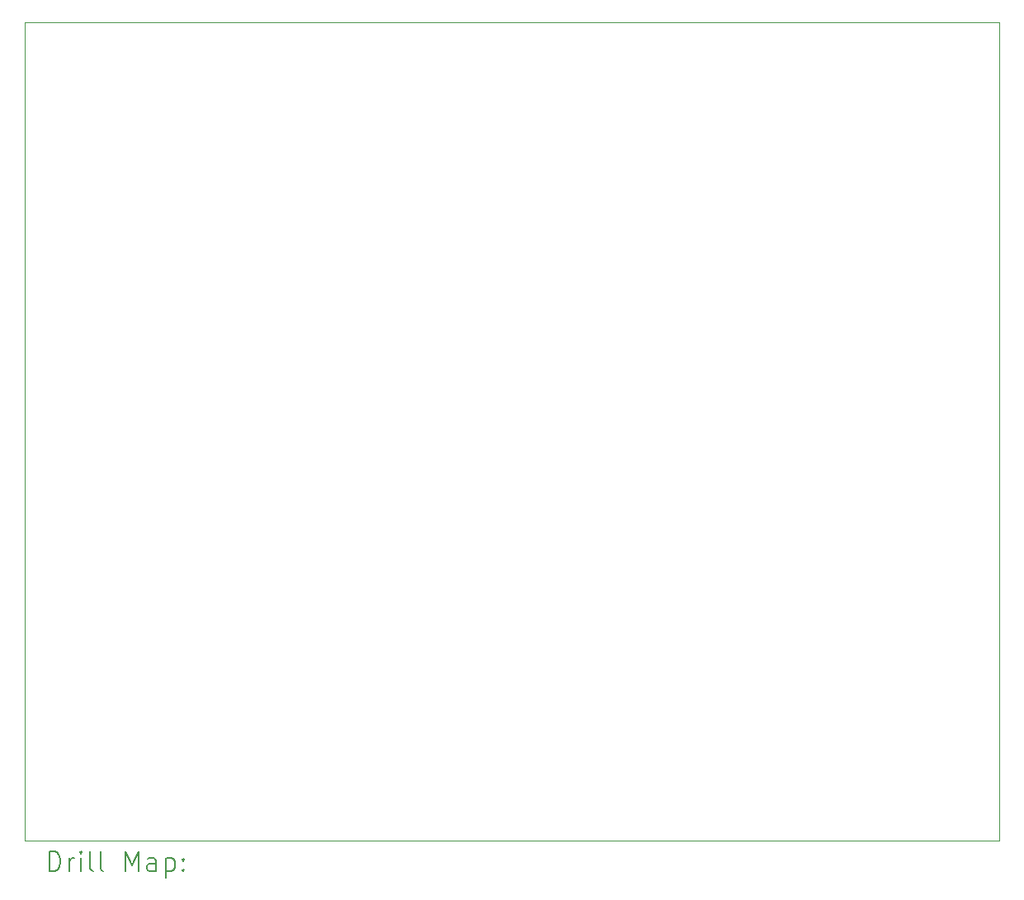
<source format=gbr>
%TF.GenerationSoftware,KiCad,Pcbnew,(6.0.8)*%
%TF.CreationDate,2023-11-14T22:21:59+13:00*%
%TF.ProjectId,Brain,42726169-6e2e-46b6-9963-61645f706362,rev?*%
%TF.SameCoordinates,Original*%
%TF.FileFunction,Drillmap*%
%TF.FilePolarity,Positive*%
%FSLAX45Y45*%
G04 Gerber Fmt 4.5, Leading zero omitted, Abs format (unit mm)*
G04 Created by KiCad (PCBNEW (6.0.8)) date 2023-11-14 22:21:59*
%MOMM*%
%LPD*%
G01*
G04 APERTURE LIST*
%ADD10C,0.100000*%
%ADD11C,0.200000*%
G04 APERTURE END LIST*
D10*
X10000000Y-15000000D02*
X20000000Y-15000000D01*
X20000000Y-15000000D02*
X20000000Y-6600000D01*
X20000000Y-6600000D02*
X10000000Y-6600000D01*
X10000000Y-6600000D02*
X10000000Y-15000000D01*
D11*
X10252619Y-15315476D02*
X10252619Y-15115476D01*
X10300238Y-15115476D01*
X10328810Y-15125000D01*
X10347857Y-15144048D01*
X10357381Y-15163095D01*
X10366905Y-15201190D01*
X10366905Y-15229762D01*
X10357381Y-15267857D01*
X10347857Y-15286905D01*
X10328810Y-15305952D01*
X10300238Y-15315476D01*
X10252619Y-15315476D01*
X10452619Y-15315476D02*
X10452619Y-15182143D01*
X10452619Y-15220238D02*
X10462143Y-15201190D01*
X10471667Y-15191667D01*
X10490714Y-15182143D01*
X10509762Y-15182143D01*
X10576429Y-15315476D02*
X10576429Y-15182143D01*
X10576429Y-15115476D02*
X10566905Y-15125000D01*
X10576429Y-15134524D01*
X10585952Y-15125000D01*
X10576429Y-15115476D01*
X10576429Y-15134524D01*
X10700238Y-15315476D02*
X10681190Y-15305952D01*
X10671667Y-15286905D01*
X10671667Y-15115476D01*
X10805000Y-15315476D02*
X10785952Y-15305952D01*
X10776429Y-15286905D01*
X10776429Y-15115476D01*
X11033571Y-15315476D02*
X11033571Y-15115476D01*
X11100238Y-15258333D01*
X11166905Y-15115476D01*
X11166905Y-15315476D01*
X11347857Y-15315476D02*
X11347857Y-15210714D01*
X11338333Y-15191667D01*
X11319286Y-15182143D01*
X11281190Y-15182143D01*
X11262143Y-15191667D01*
X11347857Y-15305952D02*
X11328809Y-15315476D01*
X11281190Y-15315476D01*
X11262143Y-15305952D01*
X11252619Y-15286905D01*
X11252619Y-15267857D01*
X11262143Y-15248809D01*
X11281190Y-15239286D01*
X11328809Y-15239286D01*
X11347857Y-15229762D01*
X11443095Y-15182143D02*
X11443095Y-15382143D01*
X11443095Y-15191667D02*
X11462143Y-15182143D01*
X11500238Y-15182143D01*
X11519286Y-15191667D01*
X11528809Y-15201190D01*
X11538333Y-15220238D01*
X11538333Y-15277381D01*
X11528809Y-15296428D01*
X11519286Y-15305952D01*
X11500238Y-15315476D01*
X11462143Y-15315476D01*
X11443095Y-15305952D01*
X11624048Y-15296428D02*
X11633571Y-15305952D01*
X11624048Y-15315476D01*
X11614524Y-15305952D01*
X11624048Y-15296428D01*
X11624048Y-15315476D01*
X11624048Y-15191667D02*
X11633571Y-15201190D01*
X11624048Y-15210714D01*
X11614524Y-15201190D01*
X11624048Y-15191667D01*
X11624048Y-15210714D01*
M02*

</source>
